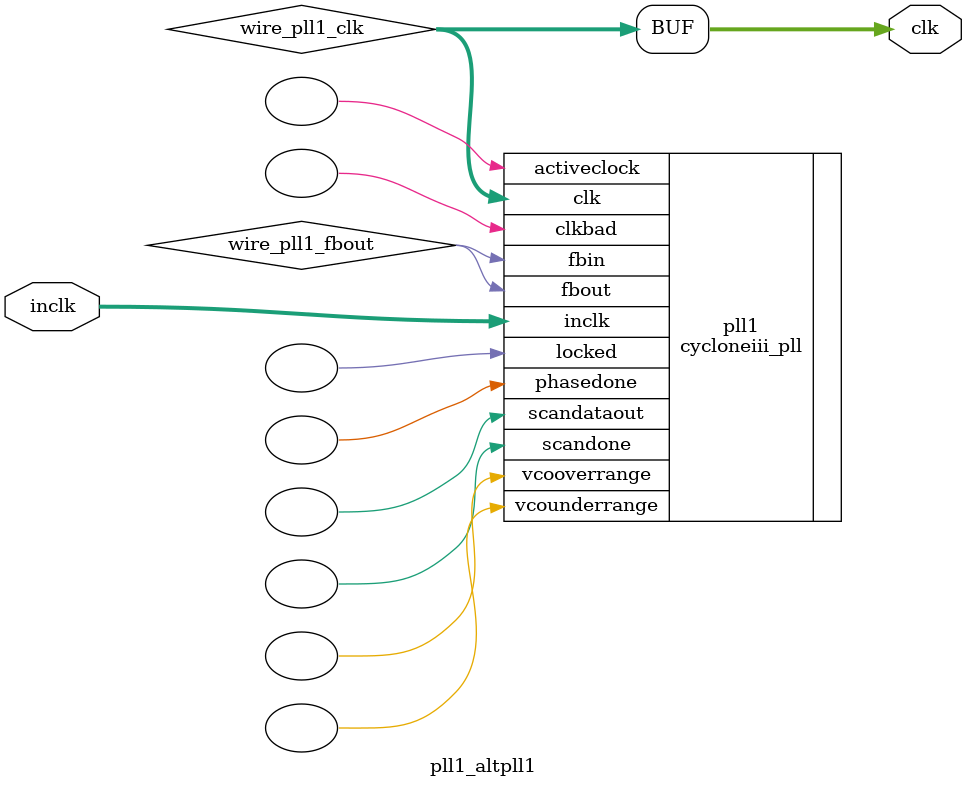
<source format=v>






//synthesis_resources = cycloneiii_pll 1 
//synopsys translate_off
`timescale 1 ps / 1 ps
//synopsys translate_on
module  pll1_altpll1
	( 
	clk,
	inclk) /* synthesis synthesis_clearbox=1 */;
	output   [4:0]  clk;
	input   [1:0]  inclk;
`ifndef ALTERA_RESERVED_QIS
// synopsys translate_off
`endif
	tri0   [1:0]  inclk;
`ifndef ALTERA_RESERVED_QIS
// synopsys translate_on
`endif

	wire  [4:0]   wire_pll1_clk;
	wire  wire_pll1_fbout;

	cycloneiii_pll   pll1
	( 
	.activeclock(),
	.clk(wire_pll1_clk),
	.clkbad(),
	.fbin(wire_pll1_fbout),
	.fbout(wire_pll1_fbout),
	.inclk(inclk),
	.locked(),
	.phasedone(),
	.scandataout(),
	.scandone(),
	.vcooverrange(),
	.vcounderrange()
	`ifndef FORMAL_VERIFICATION
	// synopsys translate_off
	`endif
	,
	.areset(1'b0),
	.clkswitch(1'b0),
	.configupdate(1'b0),
	.pfdena(1'b1),
	.phasecounterselect({3{1'b0}}),
	.phasestep(1'b0),
	.phaseupdown(1'b0),
	.scanclk(1'b0),
	.scanclkena(1'b1),
	.scandata(1'b0)
	`ifndef FORMAL_VERIFICATION
	// synopsys translate_on
	`endif
	);
	defparam
		pll1.bandwidth_type = "auto",
		pll1.clk0_divide_by = 1,
		pll1.clk0_duty_cycle = 50,
		pll1.clk0_multiply_by = 10,
		pll1.clk0_phase_shift = "0",
		pll1.compensate_clock = "clk0",
		pll1.inclk0_input_frequency = 20000,
		pll1.operation_mode = "normal",
		pll1.pll_type = "auto",
		pll1.lpm_type = "cycloneiii_pll";
	assign
		clk = {wire_pll1_clk[4:0]};
endmodule //pll1_altpll1
//VALID FILE

</source>
